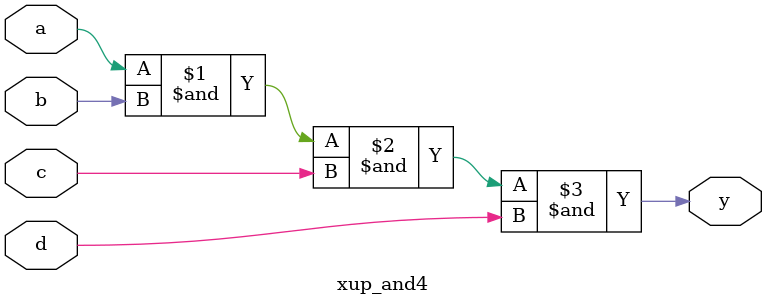
<source format=v>
`timescale 1ns / 1ps
module xup_and4 #(parameter DELAY=3)(
    input wire a,
    input wire b,
    input wire c,
    input wire d,
    output wire y
    );
    
    and #DELAY(y,a,b,c,d);
    
endmodule

</source>
